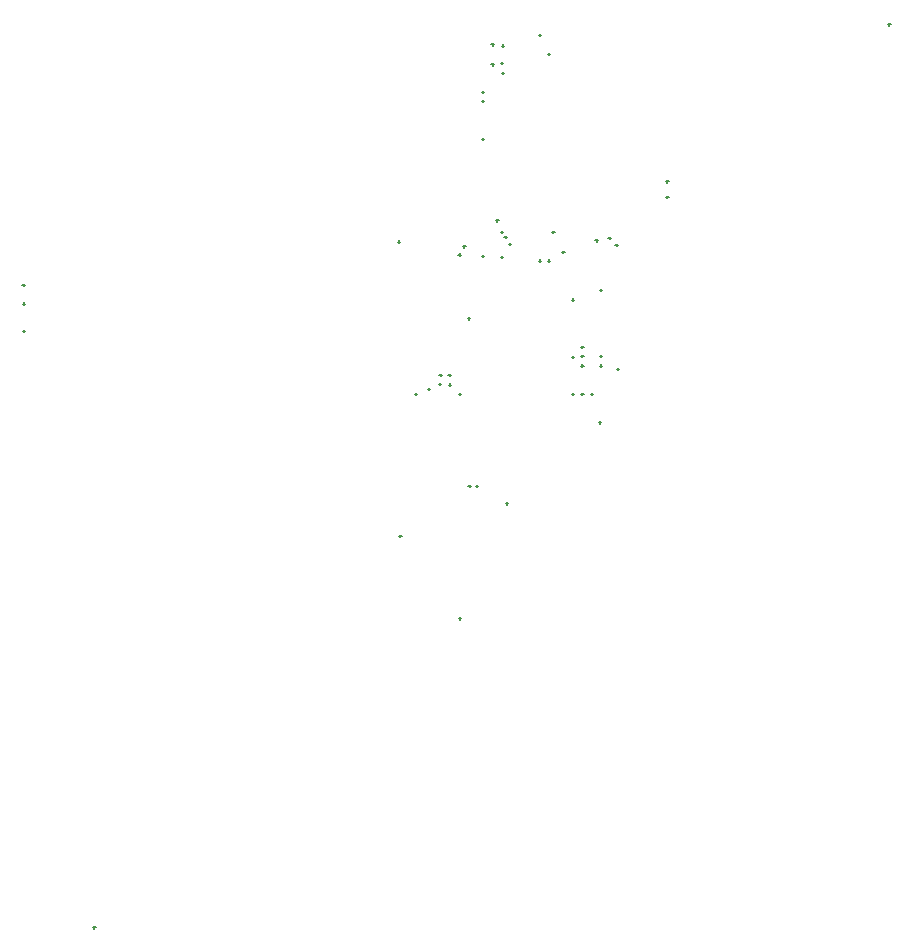
<source format=gbr>
G04*
G04 #@! TF.GenerationSoftware,Altium Limited,Altium Designer,24.2.2 (26)*
G04*
G04 Layer_Color=128*
%FSLAX44Y44*%
%MOMM*%
G71*
G04*
G04 #@! TF.SameCoordinates,D1F85D35-12B9-47B7-842E-F7ABDB1EEA32*
G04*
G04*
G04 #@! TF.FilePolarity,Positive*
G04*
G01*
G75*
%ADD13C,0.1270*%
D13*
X507596Y526000D02*
X509596D01*
X508596Y525000D02*
Y527000D01*
X197594Y74690D02*
X200134D01*
X198864Y73420D02*
Y75960D01*
X456000Y655000D02*
X458000D01*
X457000Y654000D02*
Y656000D01*
X575000Y639000D02*
X577000D01*
X576000Y638000D02*
Y640000D01*
X543000Y642000D02*
X545000D01*
X544000Y641000D02*
Y643000D01*
Y798000D02*
X546000D01*
X545000Y797000D02*
Y799000D01*
X544000Y821000D02*
X546000D01*
X545000Y820000D02*
Y822000D01*
X627000Y614000D02*
X629000D01*
X628000Y613000D02*
Y615000D01*
X583000Y814000D02*
X585000D01*
X584000Y813000D02*
Y815000D01*
X634000Y658000D02*
X636000D01*
X635000Y657000D02*
Y659000D01*
X535000Y822000D02*
X537000D01*
X536000Y821000D02*
Y823000D01*
X586530Y663000D02*
X588530D01*
X587530Y662000D02*
Y664000D01*
X575000Y830000D02*
X577000D01*
X576000Y829000D02*
Y831000D01*
X640000Y652000D02*
X642000D01*
X641000Y651000D02*
Y653000D01*
X535035Y805000D02*
X537035D01*
X536035Y804000D02*
Y806000D01*
X623000Y656000D02*
X625000D01*
X624000Y655000D02*
Y657000D01*
X543000Y806000D02*
X545000D01*
X544000Y805000D02*
Y807000D01*
X527000Y774000D02*
X529000D01*
X528000Y773000D02*
Y775000D01*
X511150Y651000D02*
X513150D01*
X512150Y650000D02*
Y652000D01*
X539000Y673000D02*
X541000D01*
X540000Y672000D02*
Y674000D01*
X527106Y781958D02*
X529106D01*
X528106Y780958D02*
Y782958D01*
X507000Y644000D02*
X509000D01*
X508000Y643000D02*
Y645000D01*
X527000Y742000D02*
X529000D01*
X528000Y741000D02*
Y743000D01*
X549737Y653000D02*
X551737D01*
X550737Y652000D02*
Y654000D01*
X543000Y663000D02*
X545000D01*
X544000Y662000D02*
Y664000D01*
X583000Y639000D02*
X585000D01*
X584000Y638000D02*
Y640000D01*
X546012Y658984D02*
X548012D01*
X547012Y657984D02*
Y659984D01*
X595000Y646000D02*
X597000D01*
X596000Y645000D02*
Y647000D01*
X527000Y643000D02*
X529000D01*
X528000Y642000D02*
Y644000D01*
X522000Y448000D02*
X524000D01*
X523000Y447000D02*
Y449000D01*
X515490Y448020D02*
X517490D01*
X516490Y447020D02*
Y449020D01*
X547136Y433424D02*
X549136D01*
X548136Y432424D02*
Y434424D01*
X603000Y606000D02*
X605000D01*
X604000Y605000D02*
Y607000D01*
X641000Y547000D02*
X643000D01*
X642000Y546000D02*
Y548000D01*
X515000Y590000D02*
X517000D01*
X516000Y589000D02*
Y591000D01*
X507364Y336000D02*
X509364D01*
X508364Y335000D02*
Y337000D01*
X626000Y502000D02*
X628000D01*
X627000Y501000D02*
Y503000D01*
Y558000D02*
X629000D01*
X628000Y557000D02*
Y559000D01*
X603000Y526000D02*
X605000D01*
X604000Y525000D02*
Y527000D01*
X627000Y550000D02*
X629000D01*
X628000Y549000D02*
Y551000D01*
X611000Y566000D02*
X613000D01*
X612000Y565000D02*
Y567000D01*
X611000Y526000D02*
X613000D01*
X612000Y525000D02*
Y527000D01*
X683000Y706000D02*
X685000D01*
X684000Y705000D02*
Y707000D01*
X683000Y693000D02*
X685000D01*
X684000Y692000D02*
Y694000D01*
X871000Y839000D02*
X873000D01*
X872000Y838000D02*
Y840000D01*
X457000Y406000D02*
X459000D01*
X458000Y405000D02*
Y407000D01*
X470000Y526000D02*
X472000D01*
X471000Y525000D02*
Y527000D01*
X619000Y526000D02*
X621000D01*
X620000Y525000D02*
Y527000D01*
X137977Y618336D02*
X139977D01*
X138977Y617336D02*
Y619336D01*
X138331Y602518D02*
X140331D01*
X139331Y601518D02*
Y603518D01*
X603291Y557530D02*
X605291D01*
X604291Y556530D02*
Y558530D01*
X611000Y558000D02*
X613000D01*
X612000Y557000D02*
Y559000D01*
X138228Y579218D02*
X140228D01*
X139228Y578218D02*
Y580218D01*
X611000Y550000D02*
X613000D01*
X612000Y549000D02*
Y551000D01*
X499000Y534000D02*
X501000D01*
X500000Y533000D02*
Y535000D01*
X481000Y530000D02*
X483000D01*
X482000Y529000D02*
Y531000D01*
X491000Y542000D02*
X493000D01*
X492000Y541000D02*
Y543000D01*
X490393Y534607D02*
X492393D01*
X491393Y533607D02*
Y535607D01*
X498568Y542131D02*
X500568D01*
X499568Y541131D02*
Y543131D01*
M02*

</source>
